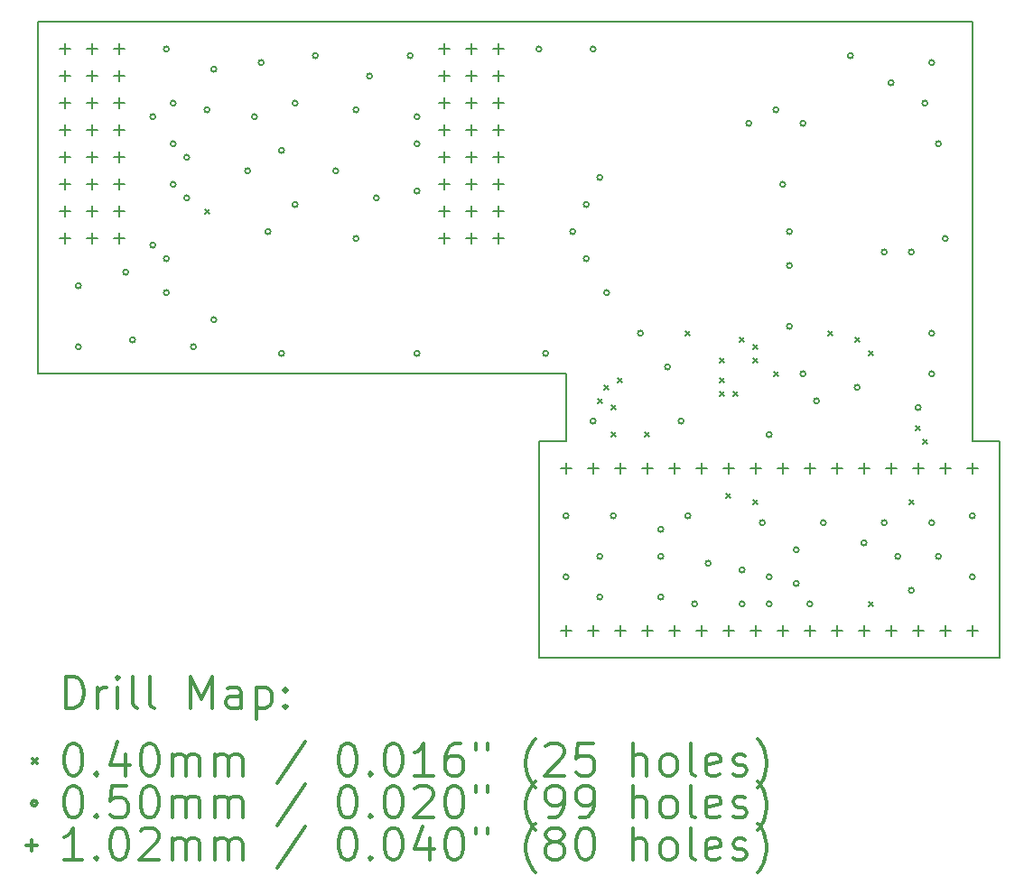
<source format=gbr>
%FSLAX45Y45*%
G04 Gerber Fmt 4.5, Leading zero omitted, Abs format (unit mm)*
G04 Created by KiCad (PCBNEW 4.0.7) date 01/10/20 10:39:07*
%MOMM*%
%LPD*%
G01*
G04 APERTURE LIST*
%ADD10C,0.127000*%
%ADD11C,0.150000*%
%ADD12C,0.200000*%
%ADD13C,0.300000*%
G04 APERTURE END LIST*
D10*
D11*
X-4318000Y2032000D02*
X-4318000Y254000D01*
X-4064000Y2032000D02*
X-4318000Y2032000D01*
X-4064000Y2667000D02*
X-4064000Y2032000D01*
X-4318000Y2667000D02*
X-4064000Y2667000D01*
X-254000Y5969000D02*
X-9017000Y5969000D01*
X-254000Y5842000D02*
X-254000Y5969000D01*
X-254000Y2032000D02*
X-254000Y5842000D01*
X0Y2032000D02*
X-254000Y2032000D01*
X0Y0D02*
X0Y2032000D01*
X-4318000Y0D02*
X-4318000Y254000D01*
X0Y0D02*
X-4318000Y0D01*
X-4699000Y2667000D02*
X-4318000Y2667000D01*
X-9017000Y2667000D02*
X-4699000Y2667000D01*
X-9017000Y5969000D02*
X-9017000Y2667000D01*
D12*
X-7449500Y4211000D02*
X-7409500Y4171000D01*
X-7409500Y4211000D02*
X-7449500Y4171000D01*
X-3766500Y2433000D02*
X-3726500Y2393000D01*
X-3726500Y2433000D02*
X-3766500Y2393000D01*
X-3703000Y2560000D02*
X-3663000Y2520000D01*
X-3663000Y2560000D02*
X-3703000Y2520000D01*
X-3639500Y2369500D02*
X-3599500Y2329500D01*
X-3599500Y2369500D02*
X-3639500Y2329500D01*
X-3639500Y2115500D02*
X-3599500Y2075500D01*
X-3599500Y2115500D02*
X-3639500Y2075500D01*
X-3576000Y2623500D02*
X-3536000Y2583500D01*
X-3536000Y2623500D02*
X-3576000Y2583500D01*
X-3322000Y2115500D02*
X-3282000Y2075500D01*
X-3282000Y2115500D02*
X-3322000Y2075500D01*
X-2941000Y3068000D02*
X-2901000Y3028000D01*
X-2901000Y3068000D02*
X-2941000Y3028000D01*
X-2623500Y2814000D02*
X-2583500Y2774000D01*
X-2583500Y2814000D02*
X-2623500Y2774000D01*
X-2623500Y2623500D02*
X-2583500Y2583500D01*
X-2583500Y2623500D02*
X-2623500Y2583500D01*
X-2623500Y2496500D02*
X-2583500Y2456500D01*
X-2583500Y2496500D02*
X-2623500Y2456500D01*
X-2560000Y1544000D02*
X-2520000Y1504000D01*
X-2520000Y1544000D02*
X-2560000Y1504000D01*
X-2496500Y2496500D02*
X-2456500Y2456500D01*
X-2456500Y2496500D02*
X-2496500Y2456500D01*
X-2433000Y3004500D02*
X-2393000Y2964500D01*
X-2393000Y3004500D02*
X-2433000Y2964500D01*
X-2306000Y2941000D02*
X-2266000Y2901000D01*
X-2266000Y2941000D02*
X-2306000Y2901000D01*
X-2306000Y2814000D02*
X-2266000Y2774000D01*
X-2266000Y2814000D02*
X-2306000Y2774000D01*
X-2306000Y1480500D02*
X-2266000Y1440500D01*
X-2266000Y1480500D02*
X-2306000Y1440500D01*
X-2115500Y2687000D02*
X-2075500Y2647000D01*
X-2075500Y2687000D02*
X-2115500Y2647000D01*
X-1607500Y3068000D02*
X-1567500Y3028000D01*
X-1567500Y3068000D02*
X-1607500Y3028000D01*
X-1353500Y3004500D02*
X-1313500Y2964500D01*
X-1313500Y3004500D02*
X-1353500Y2964500D01*
X-1226500Y2877500D02*
X-1186500Y2837500D01*
X-1186500Y2877500D02*
X-1226500Y2837500D01*
X-1226500Y528000D02*
X-1186500Y488000D01*
X-1186500Y528000D02*
X-1226500Y488000D01*
X-845500Y1480500D02*
X-805500Y1440500D01*
X-805500Y1480500D02*
X-845500Y1440500D01*
X-782000Y2179000D02*
X-742000Y2139000D01*
X-742000Y2179000D02*
X-782000Y2139000D01*
X-718500Y2052000D02*
X-678500Y2012000D01*
X-678500Y2052000D02*
X-718500Y2012000D01*
X-8611000Y3492500D02*
G75*
G03X-8611000Y3492500I-25000J0D01*
G01*
X-8611000Y2921000D02*
G75*
G03X-8611000Y2921000I-25000J0D01*
G01*
X-8166500Y3619500D02*
G75*
G03X-8166500Y3619500I-25000J0D01*
G01*
X-8103000Y2984500D02*
G75*
G03X-8103000Y2984500I-25000J0D01*
G01*
X-7912500Y5080000D02*
G75*
G03X-7912500Y5080000I-25000J0D01*
G01*
X-7912500Y3873500D02*
G75*
G03X-7912500Y3873500I-25000J0D01*
G01*
X-7785500Y5715000D02*
G75*
G03X-7785500Y5715000I-25000J0D01*
G01*
X-7785500Y3746500D02*
G75*
G03X-7785500Y3746500I-25000J0D01*
G01*
X-7785500Y3429000D02*
G75*
G03X-7785500Y3429000I-25000J0D01*
G01*
X-7722000Y5207000D02*
G75*
G03X-7722000Y5207000I-25000J0D01*
G01*
X-7722000Y4826000D02*
G75*
G03X-7722000Y4826000I-25000J0D01*
G01*
X-7722000Y4445000D02*
G75*
G03X-7722000Y4445000I-25000J0D01*
G01*
X-7595000Y4699000D02*
G75*
G03X-7595000Y4699000I-25000J0D01*
G01*
X-7595000Y4318000D02*
G75*
G03X-7595000Y4318000I-25000J0D01*
G01*
X-7531500Y2921000D02*
G75*
G03X-7531500Y2921000I-25000J0D01*
G01*
X-7404500Y5143500D02*
G75*
G03X-7404500Y5143500I-25000J0D01*
G01*
X-7341000Y5524500D02*
G75*
G03X-7341000Y5524500I-25000J0D01*
G01*
X-7341000Y3175000D02*
G75*
G03X-7341000Y3175000I-25000J0D01*
G01*
X-7023500Y4572000D02*
G75*
G03X-7023500Y4572000I-25000J0D01*
G01*
X-6960000Y5080000D02*
G75*
G03X-6960000Y5080000I-25000J0D01*
G01*
X-6896500Y5588000D02*
G75*
G03X-6896500Y5588000I-25000J0D01*
G01*
X-6833000Y4000500D02*
G75*
G03X-6833000Y4000500I-25000J0D01*
G01*
X-6706000Y4762500D02*
G75*
G03X-6706000Y4762500I-25000J0D01*
G01*
X-6706000Y2857500D02*
G75*
G03X-6706000Y2857500I-25000J0D01*
G01*
X-6579000Y5207000D02*
G75*
G03X-6579000Y5207000I-25000J0D01*
G01*
X-6579000Y4254500D02*
G75*
G03X-6579000Y4254500I-25000J0D01*
G01*
X-6388500Y5651500D02*
G75*
G03X-6388500Y5651500I-25000J0D01*
G01*
X-6198000Y4572000D02*
G75*
G03X-6198000Y4572000I-25000J0D01*
G01*
X-6007500Y5143500D02*
G75*
G03X-6007500Y5143500I-25000J0D01*
G01*
X-6007500Y3937000D02*
G75*
G03X-6007500Y3937000I-25000J0D01*
G01*
X-5880500Y5461000D02*
G75*
G03X-5880500Y5461000I-25000J0D01*
G01*
X-5817000Y4318000D02*
G75*
G03X-5817000Y4318000I-25000J0D01*
G01*
X-5499500Y5651500D02*
G75*
G03X-5499500Y5651500I-25000J0D01*
G01*
X-5436000Y5080000D02*
G75*
G03X-5436000Y5080000I-25000J0D01*
G01*
X-5436000Y4826000D02*
G75*
G03X-5436000Y4826000I-25000J0D01*
G01*
X-5436000Y4381500D02*
G75*
G03X-5436000Y4381500I-25000J0D01*
G01*
X-5436000Y2857500D02*
G75*
G03X-5436000Y2857500I-25000J0D01*
G01*
X-4293000Y5715000D02*
G75*
G03X-4293000Y5715000I-25000J0D01*
G01*
X-4229500Y2857500D02*
G75*
G03X-4229500Y2857500I-25000J0D01*
G01*
X-4039000Y1333500D02*
G75*
G03X-4039000Y1333500I-25000J0D01*
G01*
X-4039000Y762000D02*
G75*
G03X-4039000Y762000I-25000J0D01*
G01*
X-3975500Y4000500D02*
G75*
G03X-3975500Y4000500I-25000J0D01*
G01*
X-3848500Y4254500D02*
G75*
G03X-3848500Y4254500I-25000J0D01*
G01*
X-3848500Y3746500D02*
G75*
G03X-3848500Y3746500I-25000J0D01*
G01*
X-3785000Y5715000D02*
G75*
G03X-3785000Y5715000I-25000J0D01*
G01*
X-3785000Y2222500D02*
G75*
G03X-3785000Y2222500I-25000J0D01*
G01*
X-3721500Y4508500D02*
G75*
G03X-3721500Y4508500I-25000J0D01*
G01*
X-3721500Y952500D02*
G75*
G03X-3721500Y952500I-25000J0D01*
G01*
X-3721500Y571500D02*
G75*
G03X-3721500Y571500I-25000J0D01*
G01*
X-3658000Y3429000D02*
G75*
G03X-3658000Y3429000I-25000J0D01*
G01*
X-3594500Y1333500D02*
G75*
G03X-3594500Y1333500I-25000J0D01*
G01*
X-3340500Y3048000D02*
G75*
G03X-3340500Y3048000I-25000J0D01*
G01*
X-3150000Y1206500D02*
G75*
G03X-3150000Y1206500I-25000J0D01*
G01*
X-3150000Y952500D02*
G75*
G03X-3150000Y952500I-25000J0D01*
G01*
X-3150000Y571500D02*
G75*
G03X-3150000Y571500I-25000J0D01*
G01*
X-3086500Y2730500D02*
G75*
G03X-3086500Y2730500I-25000J0D01*
G01*
X-2959500Y2222500D02*
G75*
G03X-2959500Y2222500I-25000J0D01*
G01*
X-2896000Y1333500D02*
G75*
G03X-2896000Y1333500I-25000J0D01*
G01*
X-2832500Y508000D02*
G75*
G03X-2832500Y508000I-25000J0D01*
G01*
X-2705500Y889000D02*
G75*
G03X-2705500Y889000I-25000J0D01*
G01*
X-2388000Y825500D02*
G75*
G03X-2388000Y825500I-25000J0D01*
G01*
X-2388000Y508000D02*
G75*
G03X-2388000Y508000I-25000J0D01*
G01*
X-2324500Y5016500D02*
G75*
G03X-2324500Y5016500I-25000J0D01*
G01*
X-2197500Y1270000D02*
G75*
G03X-2197500Y1270000I-25000J0D01*
G01*
X-2134000Y2095500D02*
G75*
G03X-2134000Y2095500I-25000J0D01*
G01*
X-2134000Y762000D02*
G75*
G03X-2134000Y762000I-25000J0D01*
G01*
X-2134000Y508000D02*
G75*
G03X-2134000Y508000I-25000J0D01*
G01*
X-2070500Y5143500D02*
G75*
G03X-2070500Y5143500I-25000J0D01*
G01*
X-2007000Y4445000D02*
G75*
G03X-2007000Y4445000I-25000J0D01*
G01*
X-1943500Y4000500D02*
G75*
G03X-1943500Y4000500I-25000J0D01*
G01*
X-1943500Y3683000D02*
G75*
G03X-1943500Y3683000I-25000J0D01*
G01*
X-1943500Y3111500D02*
G75*
G03X-1943500Y3111500I-25000J0D01*
G01*
X-1880000Y1016000D02*
G75*
G03X-1880000Y1016000I-25000J0D01*
G01*
X-1880000Y698500D02*
G75*
G03X-1880000Y698500I-25000J0D01*
G01*
X-1816500Y5016500D02*
G75*
G03X-1816500Y5016500I-25000J0D01*
G01*
X-1816500Y2667000D02*
G75*
G03X-1816500Y2667000I-25000J0D01*
G01*
X-1753000Y508000D02*
G75*
G03X-1753000Y508000I-25000J0D01*
G01*
X-1689500Y2413000D02*
G75*
G03X-1689500Y2413000I-25000J0D01*
G01*
X-1626000Y1270000D02*
G75*
G03X-1626000Y1270000I-25000J0D01*
G01*
X-1372000Y5651500D02*
G75*
G03X-1372000Y5651500I-25000J0D01*
G01*
X-1308500Y2540000D02*
G75*
G03X-1308500Y2540000I-25000J0D01*
G01*
X-1245000Y1079500D02*
G75*
G03X-1245000Y1079500I-25000J0D01*
G01*
X-1054500Y3810000D02*
G75*
G03X-1054500Y3810000I-25000J0D01*
G01*
X-1054500Y1270000D02*
G75*
G03X-1054500Y1270000I-25000J0D01*
G01*
X-991000Y5397500D02*
G75*
G03X-991000Y5397500I-25000J0D01*
G01*
X-927500Y952500D02*
G75*
G03X-927500Y952500I-25000J0D01*
G01*
X-800500Y3810000D02*
G75*
G03X-800500Y3810000I-25000J0D01*
G01*
X-800500Y635000D02*
G75*
G03X-800500Y635000I-25000J0D01*
G01*
X-737000Y2349500D02*
G75*
G03X-737000Y2349500I-25000J0D01*
G01*
X-673500Y5207000D02*
G75*
G03X-673500Y5207000I-25000J0D01*
G01*
X-610000Y5588000D02*
G75*
G03X-610000Y5588000I-25000J0D01*
G01*
X-610000Y3048000D02*
G75*
G03X-610000Y3048000I-25000J0D01*
G01*
X-610000Y2667000D02*
G75*
G03X-610000Y2667000I-25000J0D01*
G01*
X-610000Y1270000D02*
G75*
G03X-610000Y1270000I-25000J0D01*
G01*
X-546500Y4826000D02*
G75*
G03X-546500Y4826000I-25000J0D01*
G01*
X-546500Y952500D02*
G75*
G03X-546500Y952500I-25000J0D01*
G01*
X-483000Y3937000D02*
G75*
G03X-483000Y3937000I-25000J0D01*
G01*
X-229000Y1333500D02*
G75*
G03X-229000Y1333500I-25000J0D01*
G01*
X-229000Y762000D02*
G75*
G03X-229000Y762000I-25000J0D01*
G01*
X-8763000Y5766000D02*
X-8763000Y5664000D01*
X-8814000Y5715000D02*
X-8712000Y5715000D01*
X-8763000Y5512000D02*
X-8763000Y5410000D01*
X-8814000Y5461000D02*
X-8712000Y5461000D01*
X-8763000Y5258000D02*
X-8763000Y5156000D01*
X-8814000Y5207000D02*
X-8712000Y5207000D01*
X-8763000Y5004000D02*
X-8763000Y4902000D01*
X-8814000Y4953000D02*
X-8712000Y4953000D01*
X-8763000Y4750000D02*
X-8763000Y4648000D01*
X-8814000Y4699000D02*
X-8712000Y4699000D01*
X-8763000Y4496000D02*
X-8763000Y4394000D01*
X-8814000Y4445000D02*
X-8712000Y4445000D01*
X-8763000Y4242000D02*
X-8763000Y4140000D01*
X-8814000Y4191000D02*
X-8712000Y4191000D01*
X-8763000Y3988000D02*
X-8763000Y3886000D01*
X-8814000Y3937000D02*
X-8712000Y3937000D01*
X-8509000Y5766000D02*
X-8509000Y5664000D01*
X-8560000Y5715000D02*
X-8458000Y5715000D01*
X-8509000Y5512000D02*
X-8509000Y5410000D01*
X-8560000Y5461000D02*
X-8458000Y5461000D01*
X-8509000Y5258000D02*
X-8509000Y5156000D01*
X-8560000Y5207000D02*
X-8458000Y5207000D01*
X-8509000Y5004000D02*
X-8509000Y4902000D01*
X-8560000Y4953000D02*
X-8458000Y4953000D01*
X-8509000Y4750000D02*
X-8509000Y4648000D01*
X-8560000Y4699000D02*
X-8458000Y4699000D01*
X-8509000Y4496000D02*
X-8509000Y4394000D01*
X-8560000Y4445000D02*
X-8458000Y4445000D01*
X-8509000Y4242000D02*
X-8509000Y4140000D01*
X-8560000Y4191000D02*
X-8458000Y4191000D01*
X-8509000Y3988000D02*
X-8509000Y3886000D01*
X-8560000Y3937000D02*
X-8458000Y3937000D01*
X-8255000Y5766000D02*
X-8255000Y5664000D01*
X-8306000Y5715000D02*
X-8204000Y5715000D01*
X-8255000Y5512000D02*
X-8255000Y5410000D01*
X-8306000Y5461000D02*
X-8204000Y5461000D01*
X-8255000Y5258000D02*
X-8255000Y5156000D01*
X-8306000Y5207000D02*
X-8204000Y5207000D01*
X-8255000Y5004000D02*
X-8255000Y4902000D01*
X-8306000Y4953000D02*
X-8204000Y4953000D01*
X-8255000Y4750000D02*
X-8255000Y4648000D01*
X-8306000Y4699000D02*
X-8204000Y4699000D01*
X-8255000Y4496000D02*
X-8255000Y4394000D01*
X-8306000Y4445000D02*
X-8204000Y4445000D01*
X-8255000Y4242000D02*
X-8255000Y4140000D01*
X-8306000Y4191000D02*
X-8204000Y4191000D01*
X-8255000Y3988000D02*
X-8255000Y3886000D01*
X-8306000Y3937000D02*
X-8204000Y3937000D01*
X-5207000Y5766000D02*
X-5207000Y5664000D01*
X-5258000Y5715000D02*
X-5156000Y5715000D01*
X-5207000Y5512000D02*
X-5207000Y5410000D01*
X-5258000Y5461000D02*
X-5156000Y5461000D01*
X-5207000Y5258000D02*
X-5207000Y5156000D01*
X-5258000Y5207000D02*
X-5156000Y5207000D01*
X-5207000Y5004000D02*
X-5207000Y4902000D01*
X-5258000Y4953000D02*
X-5156000Y4953000D01*
X-5207000Y4750000D02*
X-5207000Y4648000D01*
X-5258000Y4699000D02*
X-5156000Y4699000D01*
X-5207000Y4496000D02*
X-5207000Y4394000D01*
X-5258000Y4445000D02*
X-5156000Y4445000D01*
X-5207000Y4242000D02*
X-5207000Y4140000D01*
X-5258000Y4191000D02*
X-5156000Y4191000D01*
X-5207000Y3988000D02*
X-5207000Y3886000D01*
X-5258000Y3937000D02*
X-5156000Y3937000D01*
X-4953000Y5766000D02*
X-4953000Y5664000D01*
X-5004000Y5715000D02*
X-4902000Y5715000D01*
X-4953000Y5512000D02*
X-4953000Y5410000D01*
X-5004000Y5461000D02*
X-4902000Y5461000D01*
X-4953000Y5258000D02*
X-4953000Y5156000D01*
X-5004000Y5207000D02*
X-4902000Y5207000D01*
X-4953000Y5004000D02*
X-4953000Y4902000D01*
X-5004000Y4953000D02*
X-4902000Y4953000D01*
X-4953000Y4750000D02*
X-4953000Y4648000D01*
X-5004000Y4699000D02*
X-4902000Y4699000D01*
X-4953000Y4496000D02*
X-4953000Y4394000D01*
X-5004000Y4445000D02*
X-4902000Y4445000D01*
X-4953000Y4242000D02*
X-4953000Y4140000D01*
X-5004000Y4191000D02*
X-4902000Y4191000D01*
X-4953000Y3988000D02*
X-4953000Y3886000D01*
X-5004000Y3937000D02*
X-4902000Y3937000D01*
X-4699000Y5766000D02*
X-4699000Y5664000D01*
X-4750000Y5715000D02*
X-4648000Y5715000D01*
X-4699000Y5512000D02*
X-4699000Y5410000D01*
X-4750000Y5461000D02*
X-4648000Y5461000D01*
X-4699000Y5258000D02*
X-4699000Y5156000D01*
X-4750000Y5207000D02*
X-4648000Y5207000D01*
X-4699000Y5004000D02*
X-4699000Y4902000D01*
X-4750000Y4953000D02*
X-4648000Y4953000D01*
X-4699000Y4750000D02*
X-4699000Y4648000D01*
X-4750000Y4699000D02*
X-4648000Y4699000D01*
X-4699000Y4496000D02*
X-4699000Y4394000D01*
X-4750000Y4445000D02*
X-4648000Y4445000D01*
X-4699000Y4242000D02*
X-4699000Y4140000D01*
X-4750000Y4191000D02*
X-4648000Y4191000D01*
X-4699000Y3988000D02*
X-4699000Y3886000D01*
X-4750000Y3937000D02*
X-4648000Y3937000D01*
X-4064000Y1829000D02*
X-4064000Y1727000D01*
X-4115000Y1778000D02*
X-4013000Y1778000D01*
X-4064000Y305000D02*
X-4064000Y203000D01*
X-4115000Y254000D02*
X-4013000Y254000D01*
X-3810000Y1829000D02*
X-3810000Y1727000D01*
X-3861000Y1778000D02*
X-3759000Y1778000D01*
X-3810000Y305000D02*
X-3810000Y203000D01*
X-3861000Y254000D02*
X-3759000Y254000D01*
X-3556000Y1829000D02*
X-3556000Y1727000D01*
X-3607000Y1778000D02*
X-3505000Y1778000D01*
X-3556000Y305000D02*
X-3556000Y203000D01*
X-3607000Y254000D02*
X-3505000Y254000D01*
X-3302000Y1829000D02*
X-3302000Y1727000D01*
X-3353000Y1778000D02*
X-3251000Y1778000D01*
X-3302000Y305000D02*
X-3302000Y203000D01*
X-3353000Y254000D02*
X-3251000Y254000D01*
X-3048000Y1829000D02*
X-3048000Y1727000D01*
X-3099000Y1778000D02*
X-2997000Y1778000D01*
X-3048000Y305000D02*
X-3048000Y203000D01*
X-3099000Y254000D02*
X-2997000Y254000D01*
X-2794000Y1829000D02*
X-2794000Y1727000D01*
X-2845000Y1778000D02*
X-2743000Y1778000D01*
X-2794000Y305000D02*
X-2794000Y203000D01*
X-2845000Y254000D02*
X-2743000Y254000D01*
X-2540000Y1829000D02*
X-2540000Y1727000D01*
X-2591000Y1778000D02*
X-2489000Y1778000D01*
X-2540000Y305000D02*
X-2540000Y203000D01*
X-2591000Y254000D02*
X-2489000Y254000D01*
X-2286000Y1829000D02*
X-2286000Y1727000D01*
X-2337000Y1778000D02*
X-2235000Y1778000D01*
X-2286000Y305000D02*
X-2286000Y203000D01*
X-2337000Y254000D02*
X-2235000Y254000D01*
X-2032000Y1829000D02*
X-2032000Y1727000D01*
X-2083000Y1778000D02*
X-1981000Y1778000D01*
X-2032000Y305000D02*
X-2032000Y203000D01*
X-2083000Y254000D02*
X-1981000Y254000D01*
X-1778000Y1829000D02*
X-1778000Y1727000D01*
X-1829000Y1778000D02*
X-1727000Y1778000D01*
X-1778000Y305000D02*
X-1778000Y203000D01*
X-1829000Y254000D02*
X-1727000Y254000D01*
X-1524000Y1829000D02*
X-1524000Y1727000D01*
X-1575000Y1778000D02*
X-1473000Y1778000D01*
X-1524000Y305000D02*
X-1524000Y203000D01*
X-1575000Y254000D02*
X-1473000Y254000D01*
X-1270000Y1829000D02*
X-1270000Y1727000D01*
X-1321000Y1778000D02*
X-1219000Y1778000D01*
X-1270000Y305000D02*
X-1270000Y203000D01*
X-1321000Y254000D02*
X-1219000Y254000D01*
X-1016000Y1829000D02*
X-1016000Y1727000D01*
X-1067000Y1778000D02*
X-965000Y1778000D01*
X-1016000Y305000D02*
X-1016000Y203000D01*
X-1067000Y254000D02*
X-965000Y254000D01*
X-762000Y1829000D02*
X-762000Y1727000D01*
X-813000Y1778000D02*
X-711000Y1778000D01*
X-762000Y305000D02*
X-762000Y203000D01*
X-813000Y254000D02*
X-711000Y254000D01*
X-508000Y1829000D02*
X-508000Y1727000D01*
X-559000Y1778000D02*
X-457000Y1778000D01*
X-508000Y305000D02*
X-508000Y203000D01*
X-559000Y254000D02*
X-457000Y254000D01*
X-254000Y1829000D02*
X-254000Y1727000D01*
X-305000Y1778000D02*
X-203000Y1778000D01*
X-254000Y305000D02*
X-254000Y203000D01*
X-305000Y254000D02*
X-203000Y254000D01*
D13*
X-8753072Y-473214D02*
X-8753072Y-173214D01*
X-8681643Y-173214D01*
X-8638786Y-187500D01*
X-8610214Y-216071D01*
X-8595929Y-244643D01*
X-8581643Y-301786D01*
X-8581643Y-344643D01*
X-8595929Y-401786D01*
X-8610214Y-430357D01*
X-8638786Y-458929D01*
X-8681643Y-473214D01*
X-8753072Y-473214D01*
X-8453072Y-473214D02*
X-8453072Y-273214D01*
X-8453072Y-330357D02*
X-8438786Y-301786D01*
X-8424500Y-287500D01*
X-8395929Y-273214D01*
X-8367357Y-273214D01*
X-8267357Y-473214D02*
X-8267357Y-273214D01*
X-8267357Y-173214D02*
X-8281643Y-187500D01*
X-8267357Y-201786D01*
X-8253071Y-187500D01*
X-8267357Y-173214D01*
X-8267357Y-201786D01*
X-8081643Y-473214D02*
X-8110214Y-458929D01*
X-8124500Y-430357D01*
X-8124500Y-173214D01*
X-7924500Y-473214D02*
X-7953071Y-458929D01*
X-7967357Y-430357D01*
X-7967357Y-173214D01*
X-7581643Y-473214D02*
X-7581643Y-173214D01*
X-7481643Y-387500D01*
X-7381643Y-173214D01*
X-7381643Y-473214D01*
X-7110214Y-473214D02*
X-7110214Y-316072D01*
X-7124500Y-287500D01*
X-7153071Y-273214D01*
X-7210214Y-273214D01*
X-7238786Y-287500D01*
X-7110214Y-458929D02*
X-7138786Y-473214D01*
X-7210214Y-473214D01*
X-7238786Y-458929D01*
X-7253071Y-430357D01*
X-7253071Y-401786D01*
X-7238786Y-373214D01*
X-7210214Y-358929D01*
X-7138786Y-358929D01*
X-7110214Y-344643D01*
X-6967357Y-273214D02*
X-6967357Y-573214D01*
X-6967357Y-287500D02*
X-6938786Y-273214D01*
X-6881643Y-273214D01*
X-6853071Y-287500D01*
X-6838786Y-301786D01*
X-6824500Y-330357D01*
X-6824500Y-416071D01*
X-6838786Y-444643D01*
X-6853071Y-458929D01*
X-6881643Y-473214D01*
X-6938786Y-473214D01*
X-6967357Y-458929D01*
X-6695929Y-444643D02*
X-6681643Y-458929D01*
X-6695929Y-473214D01*
X-6710214Y-458929D01*
X-6695929Y-444643D01*
X-6695929Y-473214D01*
X-6695929Y-287500D02*
X-6681643Y-301786D01*
X-6695929Y-316072D01*
X-6710214Y-301786D01*
X-6695929Y-287500D01*
X-6695929Y-316072D01*
X-9064500Y-947500D02*
X-9024500Y-987500D01*
X-9024500Y-947500D02*
X-9064500Y-987500D01*
X-8695929Y-803214D02*
X-8667357Y-803214D01*
X-8638786Y-817500D01*
X-8624500Y-831786D01*
X-8610214Y-860357D01*
X-8595929Y-917500D01*
X-8595929Y-988929D01*
X-8610214Y-1046071D01*
X-8624500Y-1074643D01*
X-8638786Y-1088929D01*
X-8667357Y-1103214D01*
X-8695929Y-1103214D01*
X-8724500Y-1088929D01*
X-8738786Y-1074643D01*
X-8753072Y-1046071D01*
X-8767357Y-988929D01*
X-8767357Y-917500D01*
X-8753072Y-860357D01*
X-8738786Y-831786D01*
X-8724500Y-817500D01*
X-8695929Y-803214D01*
X-8467357Y-1074643D02*
X-8453072Y-1088929D01*
X-8467357Y-1103214D01*
X-8481643Y-1088929D01*
X-8467357Y-1074643D01*
X-8467357Y-1103214D01*
X-8195929Y-903214D02*
X-8195929Y-1103214D01*
X-8267357Y-788929D02*
X-8338786Y-1003214D01*
X-8153072Y-1003214D01*
X-7981643Y-803214D02*
X-7953071Y-803214D01*
X-7924500Y-817500D01*
X-7910214Y-831786D01*
X-7895929Y-860357D01*
X-7881643Y-917500D01*
X-7881643Y-988929D01*
X-7895929Y-1046071D01*
X-7910214Y-1074643D01*
X-7924500Y-1088929D01*
X-7953071Y-1103214D01*
X-7981643Y-1103214D01*
X-8010214Y-1088929D01*
X-8024500Y-1074643D01*
X-8038786Y-1046071D01*
X-8053071Y-988929D01*
X-8053071Y-917500D01*
X-8038786Y-860357D01*
X-8024500Y-831786D01*
X-8010214Y-817500D01*
X-7981643Y-803214D01*
X-7753071Y-1103214D02*
X-7753071Y-903214D01*
X-7753071Y-931786D02*
X-7738786Y-917500D01*
X-7710214Y-903214D01*
X-7667357Y-903214D01*
X-7638786Y-917500D01*
X-7624500Y-946071D01*
X-7624500Y-1103214D01*
X-7624500Y-946071D02*
X-7610214Y-917500D01*
X-7581643Y-903214D01*
X-7538786Y-903214D01*
X-7510214Y-917500D01*
X-7495929Y-946071D01*
X-7495929Y-1103214D01*
X-7353071Y-1103214D02*
X-7353071Y-903214D01*
X-7353071Y-931786D02*
X-7338786Y-917500D01*
X-7310214Y-903214D01*
X-7267357Y-903214D01*
X-7238786Y-917500D01*
X-7224500Y-946071D01*
X-7224500Y-1103214D01*
X-7224500Y-946071D02*
X-7210214Y-917500D01*
X-7181643Y-903214D01*
X-7138786Y-903214D01*
X-7110214Y-917500D01*
X-7095929Y-946071D01*
X-7095929Y-1103214D01*
X-6510214Y-788929D02*
X-6767357Y-1174643D01*
X-6124500Y-803214D02*
X-6095929Y-803214D01*
X-6067357Y-817500D01*
X-6053072Y-831786D01*
X-6038786Y-860357D01*
X-6024500Y-917500D01*
X-6024500Y-988929D01*
X-6038786Y-1046071D01*
X-6053072Y-1074643D01*
X-6067357Y-1088929D01*
X-6095929Y-1103214D01*
X-6124500Y-1103214D01*
X-6153072Y-1088929D01*
X-6167357Y-1074643D01*
X-6181643Y-1046071D01*
X-6195929Y-988929D01*
X-6195929Y-917500D01*
X-6181643Y-860357D01*
X-6167357Y-831786D01*
X-6153072Y-817500D01*
X-6124500Y-803214D01*
X-5895929Y-1074643D02*
X-5881643Y-1088929D01*
X-5895929Y-1103214D01*
X-5910214Y-1088929D01*
X-5895929Y-1074643D01*
X-5895929Y-1103214D01*
X-5695929Y-803214D02*
X-5667357Y-803214D01*
X-5638786Y-817500D01*
X-5624500Y-831786D01*
X-5610214Y-860357D01*
X-5595929Y-917500D01*
X-5595929Y-988929D01*
X-5610214Y-1046071D01*
X-5624500Y-1074643D01*
X-5638786Y-1088929D01*
X-5667357Y-1103214D01*
X-5695929Y-1103214D01*
X-5724500Y-1088929D01*
X-5738786Y-1074643D01*
X-5753072Y-1046071D01*
X-5767357Y-988929D01*
X-5767357Y-917500D01*
X-5753072Y-860357D01*
X-5738786Y-831786D01*
X-5724500Y-817500D01*
X-5695929Y-803214D01*
X-5310215Y-1103214D02*
X-5481643Y-1103214D01*
X-5395929Y-1103214D02*
X-5395929Y-803214D01*
X-5424500Y-846071D01*
X-5453072Y-874643D01*
X-5481643Y-888929D01*
X-5053072Y-803214D02*
X-5110215Y-803214D01*
X-5138786Y-817500D01*
X-5153072Y-831786D01*
X-5181643Y-874643D01*
X-5195929Y-931786D01*
X-5195929Y-1046071D01*
X-5181643Y-1074643D01*
X-5167357Y-1088929D01*
X-5138786Y-1103214D01*
X-5081643Y-1103214D01*
X-5053072Y-1088929D01*
X-5038786Y-1074643D01*
X-5024500Y-1046071D01*
X-5024500Y-974643D01*
X-5038786Y-946071D01*
X-5053072Y-931786D01*
X-5081643Y-917500D01*
X-5138786Y-917500D01*
X-5167357Y-931786D01*
X-5181643Y-946071D01*
X-5195929Y-974643D01*
X-4910214Y-803214D02*
X-4910214Y-860357D01*
X-4795929Y-803214D02*
X-4795929Y-860357D01*
X-4353072Y-1217500D02*
X-4367357Y-1203214D01*
X-4395929Y-1160357D01*
X-4410215Y-1131786D01*
X-4424500Y-1088929D01*
X-4438786Y-1017500D01*
X-4438786Y-960357D01*
X-4424500Y-888929D01*
X-4410215Y-846071D01*
X-4395929Y-817500D01*
X-4367357Y-774643D01*
X-4353072Y-760357D01*
X-4253072Y-831786D02*
X-4238786Y-817500D01*
X-4210215Y-803214D01*
X-4138786Y-803214D01*
X-4110214Y-817500D01*
X-4095929Y-831786D01*
X-4081643Y-860357D01*
X-4081643Y-888929D01*
X-4095929Y-931786D01*
X-4267357Y-1103214D01*
X-4081643Y-1103214D01*
X-3810214Y-803214D02*
X-3953072Y-803214D01*
X-3967357Y-946071D01*
X-3953072Y-931786D01*
X-3924500Y-917500D01*
X-3853072Y-917500D01*
X-3824500Y-931786D01*
X-3810214Y-946071D01*
X-3795929Y-974643D01*
X-3795929Y-1046071D01*
X-3810214Y-1074643D01*
X-3824500Y-1088929D01*
X-3853072Y-1103214D01*
X-3924500Y-1103214D01*
X-3953072Y-1088929D01*
X-3967357Y-1074643D01*
X-3438786Y-1103214D02*
X-3438786Y-803214D01*
X-3310214Y-1103214D02*
X-3310214Y-946071D01*
X-3324500Y-917500D01*
X-3353072Y-903214D01*
X-3395929Y-903214D01*
X-3424500Y-917500D01*
X-3438786Y-931786D01*
X-3124500Y-1103214D02*
X-3153072Y-1088929D01*
X-3167357Y-1074643D01*
X-3181643Y-1046071D01*
X-3181643Y-960357D01*
X-3167357Y-931786D01*
X-3153072Y-917500D01*
X-3124500Y-903214D01*
X-3081643Y-903214D01*
X-3053072Y-917500D01*
X-3038786Y-931786D01*
X-3024500Y-960357D01*
X-3024500Y-1046071D01*
X-3038786Y-1074643D01*
X-3053072Y-1088929D01*
X-3081643Y-1103214D01*
X-3124500Y-1103214D01*
X-2853072Y-1103214D02*
X-2881643Y-1088929D01*
X-2895929Y-1060357D01*
X-2895929Y-803214D01*
X-2624500Y-1088929D02*
X-2653072Y-1103214D01*
X-2710214Y-1103214D01*
X-2738786Y-1088929D01*
X-2753072Y-1060357D01*
X-2753072Y-946071D01*
X-2738786Y-917500D01*
X-2710214Y-903214D01*
X-2653072Y-903214D01*
X-2624500Y-917500D01*
X-2610214Y-946071D01*
X-2610214Y-974643D01*
X-2753072Y-1003214D01*
X-2495929Y-1088929D02*
X-2467357Y-1103214D01*
X-2410214Y-1103214D01*
X-2381643Y-1088929D01*
X-2367357Y-1060357D01*
X-2367357Y-1046071D01*
X-2381643Y-1017500D01*
X-2410214Y-1003214D01*
X-2453072Y-1003214D01*
X-2481643Y-988929D01*
X-2495929Y-960357D01*
X-2495929Y-946071D01*
X-2481643Y-917500D01*
X-2453072Y-903214D01*
X-2410214Y-903214D01*
X-2381643Y-917500D01*
X-2267357Y-1217500D02*
X-2253072Y-1203214D01*
X-2224500Y-1160357D01*
X-2210214Y-1131786D01*
X-2195929Y-1088929D01*
X-2181643Y-1017500D01*
X-2181643Y-960357D01*
X-2195929Y-888929D01*
X-2210214Y-846071D01*
X-2224500Y-817500D01*
X-2253072Y-774643D01*
X-2267357Y-760357D01*
X-9024500Y-1363500D02*
G75*
G03X-9024500Y-1363500I-25000J0D01*
G01*
X-8695929Y-1199214D02*
X-8667357Y-1199214D01*
X-8638786Y-1213500D01*
X-8624500Y-1227786D01*
X-8610214Y-1256357D01*
X-8595929Y-1313500D01*
X-8595929Y-1384929D01*
X-8610214Y-1442071D01*
X-8624500Y-1470643D01*
X-8638786Y-1484929D01*
X-8667357Y-1499214D01*
X-8695929Y-1499214D01*
X-8724500Y-1484929D01*
X-8738786Y-1470643D01*
X-8753072Y-1442071D01*
X-8767357Y-1384929D01*
X-8767357Y-1313500D01*
X-8753072Y-1256357D01*
X-8738786Y-1227786D01*
X-8724500Y-1213500D01*
X-8695929Y-1199214D01*
X-8467357Y-1470643D02*
X-8453072Y-1484929D01*
X-8467357Y-1499214D01*
X-8481643Y-1484929D01*
X-8467357Y-1470643D01*
X-8467357Y-1499214D01*
X-8181643Y-1199214D02*
X-8324500Y-1199214D01*
X-8338786Y-1342072D01*
X-8324500Y-1327786D01*
X-8295929Y-1313500D01*
X-8224500Y-1313500D01*
X-8195929Y-1327786D01*
X-8181643Y-1342072D01*
X-8167357Y-1370643D01*
X-8167357Y-1442071D01*
X-8181643Y-1470643D01*
X-8195929Y-1484929D01*
X-8224500Y-1499214D01*
X-8295929Y-1499214D01*
X-8324500Y-1484929D01*
X-8338786Y-1470643D01*
X-7981643Y-1199214D02*
X-7953071Y-1199214D01*
X-7924500Y-1213500D01*
X-7910214Y-1227786D01*
X-7895929Y-1256357D01*
X-7881643Y-1313500D01*
X-7881643Y-1384929D01*
X-7895929Y-1442071D01*
X-7910214Y-1470643D01*
X-7924500Y-1484929D01*
X-7953071Y-1499214D01*
X-7981643Y-1499214D01*
X-8010214Y-1484929D01*
X-8024500Y-1470643D01*
X-8038786Y-1442071D01*
X-8053071Y-1384929D01*
X-8053071Y-1313500D01*
X-8038786Y-1256357D01*
X-8024500Y-1227786D01*
X-8010214Y-1213500D01*
X-7981643Y-1199214D01*
X-7753071Y-1499214D02*
X-7753071Y-1299214D01*
X-7753071Y-1327786D02*
X-7738786Y-1313500D01*
X-7710214Y-1299214D01*
X-7667357Y-1299214D01*
X-7638786Y-1313500D01*
X-7624500Y-1342072D01*
X-7624500Y-1499214D01*
X-7624500Y-1342072D02*
X-7610214Y-1313500D01*
X-7581643Y-1299214D01*
X-7538786Y-1299214D01*
X-7510214Y-1313500D01*
X-7495929Y-1342072D01*
X-7495929Y-1499214D01*
X-7353071Y-1499214D02*
X-7353071Y-1299214D01*
X-7353071Y-1327786D02*
X-7338786Y-1313500D01*
X-7310214Y-1299214D01*
X-7267357Y-1299214D01*
X-7238786Y-1313500D01*
X-7224500Y-1342072D01*
X-7224500Y-1499214D01*
X-7224500Y-1342072D02*
X-7210214Y-1313500D01*
X-7181643Y-1299214D01*
X-7138786Y-1299214D01*
X-7110214Y-1313500D01*
X-7095929Y-1342072D01*
X-7095929Y-1499214D01*
X-6510214Y-1184929D02*
X-6767357Y-1570643D01*
X-6124500Y-1199214D02*
X-6095929Y-1199214D01*
X-6067357Y-1213500D01*
X-6053072Y-1227786D01*
X-6038786Y-1256357D01*
X-6024500Y-1313500D01*
X-6024500Y-1384929D01*
X-6038786Y-1442071D01*
X-6053072Y-1470643D01*
X-6067357Y-1484929D01*
X-6095929Y-1499214D01*
X-6124500Y-1499214D01*
X-6153072Y-1484929D01*
X-6167357Y-1470643D01*
X-6181643Y-1442071D01*
X-6195929Y-1384929D01*
X-6195929Y-1313500D01*
X-6181643Y-1256357D01*
X-6167357Y-1227786D01*
X-6153072Y-1213500D01*
X-6124500Y-1199214D01*
X-5895929Y-1470643D02*
X-5881643Y-1484929D01*
X-5895929Y-1499214D01*
X-5910214Y-1484929D01*
X-5895929Y-1470643D01*
X-5895929Y-1499214D01*
X-5695929Y-1199214D02*
X-5667357Y-1199214D01*
X-5638786Y-1213500D01*
X-5624500Y-1227786D01*
X-5610214Y-1256357D01*
X-5595929Y-1313500D01*
X-5595929Y-1384929D01*
X-5610214Y-1442071D01*
X-5624500Y-1470643D01*
X-5638786Y-1484929D01*
X-5667357Y-1499214D01*
X-5695929Y-1499214D01*
X-5724500Y-1484929D01*
X-5738786Y-1470643D01*
X-5753072Y-1442071D01*
X-5767357Y-1384929D01*
X-5767357Y-1313500D01*
X-5753072Y-1256357D01*
X-5738786Y-1227786D01*
X-5724500Y-1213500D01*
X-5695929Y-1199214D01*
X-5481643Y-1227786D02*
X-5467357Y-1213500D01*
X-5438786Y-1199214D01*
X-5367357Y-1199214D01*
X-5338786Y-1213500D01*
X-5324500Y-1227786D01*
X-5310215Y-1256357D01*
X-5310215Y-1284929D01*
X-5324500Y-1327786D01*
X-5495929Y-1499214D01*
X-5310215Y-1499214D01*
X-5124500Y-1199214D02*
X-5095929Y-1199214D01*
X-5067357Y-1213500D01*
X-5053072Y-1227786D01*
X-5038786Y-1256357D01*
X-5024500Y-1313500D01*
X-5024500Y-1384929D01*
X-5038786Y-1442071D01*
X-5053072Y-1470643D01*
X-5067357Y-1484929D01*
X-5095929Y-1499214D01*
X-5124500Y-1499214D01*
X-5153072Y-1484929D01*
X-5167357Y-1470643D01*
X-5181643Y-1442071D01*
X-5195929Y-1384929D01*
X-5195929Y-1313500D01*
X-5181643Y-1256357D01*
X-5167357Y-1227786D01*
X-5153072Y-1213500D01*
X-5124500Y-1199214D01*
X-4910214Y-1199214D02*
X-4910214Y-1256357D01*
X-4795929Y-1199214D02*
X-4795929Y-1256357D01*
X-4353072Y-1613500D02*
X-4367357Y-1599214D01*
X-4395929Y-1556357D01*
X-4410215Y-1527786D01*
X-4424500Y-1484929D01*
X-4438786Y-1413500D01*
X-4438786Y-1356357D01*
X-4424500Y-1284929D01*
X-4410215Y-1242072D01*
X-4395929Y-1213500D01*
X-4367357Y-1170643D01*
X-4353072Y-1156357D01*
X-4224500Y-1499214D02*
X-4167357Y-1499214D01*
X-4138786Y-1484929D01*
X-4124500Y-1470643D01*
X-4095929Y-1427786D01*
X-4081643Y-1370643D01*
X-4081643Y-1256357D01*
X-4095929Y-1227786D01*
X-4110214Y-1213500D01*
X-4138786Y-1199214D01*
X-4195929Y-1199214D01*
X-4224500Y-1213500D01*
X-4238786Y-1227786D01*
X-4253072Y-1256357D01*
X-4253072Y-1327786D01*
X-4238786Y-1356357D01*
X-4224500Y-1370643D01*
X-4195929Y-1384929D01*
X-4138786Y-1384929D01*
X-4110214Y-1370643D01*
X-4095929Y-1356357D01*
X-4081643Y-1327786D01*
X-3938786Y-1499214D02*
X-3881643Y-1499214D01*
X-3853072Y-1484929D01*
X-3838786Y-1470643D01*
X-3810214Y-1427786D01*
X-3795929Y-1370643D01*
X-3795929Y-1256357D01*
X-3810214Y-1227786D01*
X-3824500Y-1213500D01*
X-3853072Y-1199214D01*
X-3910214Y-1199214D01*
X-3938786Y-1213500D01*
X-3953072Y-1227786D01*
X-3967357Y-1256357D01*
X-3967357Y-1327786D01*
X-3953072Y-1356357D01*
X-3938786Y-1370643D01*
X-3910214Y-1384929D01*
X-3853072Y-1384929D01*
X-3824500Y-1370643D01*
X-3810214Y-1356357D01*
X-3795929Y-1327786D01*
X-3438786Y-1499214D02*
X-3438786Y-1199214D01*
X-3310214Y-1499214D02*
X-3310214Y-1342072D01*
X-3324500Y-1313500D01*
X-3353072Y-1299214D01*
X-3395929Y-1299214D01*
X-3424500Y-1313500D01*
X-3438786Y-1327786D01*
X-3124500Y-1499214D02*
X-3153072Y-1484929D01*
X-3167357Y-1470643D01*
X-3181643Y-1442071D01*
X-3181643Y-1356357D01*
X-3167357Y-1327786D01*
X-3153072Y-1313500D01*
X-3124500Y-1299214D01*
X-3081643Y-1299214D01*
X-3053072Y-1313500D01*
X-3038786Y-1327786D01*
X-3024500Y-1356357D01*
X-3024500Y-1442071D01*
X-3038786Y-1470643D01*
X-3053072Y-1484929D01*
X-3081643Y-1499214D01*
X-3124500Y-1499214D01*
X-2853072Y-1499214D02*
X-2881643Y-1484929D01*
X-2895929Y-1456357D01*
X-2895929Y-1199214D01*
X-2624500Y-1484929D02*
X-2653072Y-1499214D01*
X-2710214Y-1499214D01*
X-2738786Y-1484929D01*
X-2753072Y-1456357D01*
X-2753072Y-1342072D01*
X-2738786Y-1313500D01*
X-2710214Y-1299214D01*
X-2653072Y-1299214D01*
X-2624500Y-1313500D01*
X-2610214Y-1342072D01*
X-2610214Y-1370643D01*
X-2753072Y-1399214D01*
X-2495929Y-1484929D02*
X-2467357Y-1499214D01*
X-2410214Y-1499214D01*
X-2381643Y-1484929D01*
X-2367357Y-1456357D01*
X-2367357Y-1442071D01*
X-2381643Y-1413500D01*
X-2410214Y-1399214D01*
X-2453072Y-1399214D01*
X-2481643Y-1384929D01*
X-2495929Y-1356357D01*
X-2495929Y-1342072D01*
X-2481643Y-1313500D01*
X-2453072Y-1299214D01*
X-2410214Y-1299214D01*
X-2381643Y-1313500D01*
X-2267357Y-1613500D02*
X-2253072Y-1599214D01*
X-2224500Y-1556357D01*
X-2210214Y-1527786D01*
X-2195929Y-1484929D01*
X-2181643Y-1413500D01*
X-2181643Y-1356357D01*
X-2195929Y-1284929D01*
X-2210214Y-1242072D01*
X-2224500Y-1213500D01*
X-2253072Y-1170643D01*
X-2267357Y-1156357D01*
X-9075500Y-1708500D02*
X-9075500Y-1810500D01*
X-9126500Y-1759500D02*
X-9024500Y-1759500D01*
X-8595929Y-1895214D02*
X-8767357Y-1895214D01*
X-8681643Y-1895214D02*
X-8681643Y-1595214D01*
X-8710214Y-1638071D01*
X-8738786Y-1666643D01*
X-8767357Y-1680929D01*
X-8467357Y-1866643D02*
X-8453072Y-1880929D01*
X-8467357Y-1895214D01*
X-8481643Y-1880929D01*
X-8467357Y-1866643D01*
X-8467357Y-1895214D01*
X-8267357Y-1595214D02*
X-8238786Y-1595214D01*
X-8210214Y-1609500D01*
X-8195929Y-1623786D01*
X-8181643Y-1652357D01*
X-8167357Y-1709500D01*
X-8167357Y-1780929D01*
X-8181643Y-1838071D01*
X-8195929Y-1866643D01*
X-8210214Y-1880929D01*
X-8238786Y-1895214D01*
X-8267357Y-1895214D01*
X-8295929Y-1880929D01*
X-8310214Y-1866643D01*
X-8324500Y-1838071D01*
X-8338786Y-1780929D01*
X-8338786Y-1709500D01*
X-8324500Y-1652357D01*
X-8310214Y-1623786D01*
X-8295929Y-1609500D01*
X-8267357Y-1595214D01*
X-8053071Y-1623786D02*
X-8038786Y-1609500D01*
X-8010214Y-1595214D01*
X-7938786Y-1595214D01*
X-7910214Y-1609500D01*
X-7895929Y-1623786D01*
X-7881643Y-1652357D01*
X-7881643Y-1680929D01*
X-7895929Y-1723786D01*
X-8067357Y-1895214D01*
X-7881643Y-1895214D01*
X-7753071Y-1895214D02*
X-7753071Y-1695214D01*
X-7753071Y-1723786D02*
X-7738786Y-1709500D01*
X-7710214Y-1695214D01*
X-7667357Y-1695214D01*
X-7638786Y-1709500D01*
X-7624500Y-1738071D01*
X-7624500Y-1895214D01*
X-7624500Y-1738071D02*
X-7610214Y-1709500D01*
X-7581643Y-1695214D01*
X-7538786Y-1695214D01*
X-7510214Y-1709500D01*
X-7495929Y-1738071D01*
X-7495929Y-1895214D01*
X-7353071Y-1895214D02*
X-7353071Y-1695214D01*
X-7353071Y-1723786D02*
X-7338786Y-1709500D01*
X-7310214Y-1695214D01*
X-7267357Y-1695214D01*
X-7238786Y-1709500D01*
X-7224500Y-1738071D01*
X-7224500Y-1895214D01*
X-7224500Y-1738071D02*
X-7210214Y-1709500D01*
X-7181643Y-1695214D01*
X-7138786Y-1695214D01*
X-7110214Y-1709500D01*
X-7095929Y-1738071D01*
X-7095929Y-1895214D01*
X-6510214Y-1580929D02*
X-6767357Y-1966643D01*
X-6124500Y-1595214D02*
X-6095929Y-1595214D01*
X-6067357Y-1609500D01*
X-6053072Y-1623786D01*
X-6038786Y-1652357D01*
X-6024500Y-1709500D01*
X-6024500Y-1780929D01*
X-6038786Y-1838071D01*
X-6053072Y-1866643D01*
X-6067357Y-1880929D01*
X-6095929Y-1895214D01*
X-6124500Y-1895214D01*
X-6153072Y-1880929D01*
X-6167357Y-1866643D01*
X-6181643Y-1838071D01*
X-6195929Y-1780929D01*
X-6195929Y-1709500D01*
X-6181643Y-1652357D01*
X-6167357Y-1623786D01*
X-6153072Y-1609500D01*
X-6124500Y-1595214D01*
X-5895929Y-1866643D02*
X-5881643Y-1880929D01*
X-5895929Y-1895214D01*
X-5910214Y-1880929D01*
X-5895929Y-1866643D01*
X-5895929Y-1895214D01*
X-5695929Y-1595214D02*
X-5667357Y-1595214D01*
X-5638786Y-1609500D01*
X-5624500Y-1623786D01*
X-5610214Y-1652357D01*
X-5595929Y-1709500D01*
X-5595929Y-1780929D01*
X-5610214Y-1838071D01*
X-5624500Y-1866643D01*
X-5638786Y-1880929D01*
X-5667357Y-1895214D01*
X-5695929Y-1895214D01*
X-5724500Y-1880929D01*
X-5738786Y-1866643D01*
X-5753072Y-1838071D01*
X-5767357Y-1780929D01*
X-5767357Y-1709500D01*
X-5753072Y-1652357D01*
X-5738786Y-1623786D01*
X-5724500Y-1609500D01*
X-5695929Y-1595214D01*
X-5338786Y-1695214D02*
X-5338786Y-1895214D01*
X-5410215Y-1580929D02*
X-5481643Y-1795214D01*
X-5295929Y-1795214D01*
X-5124500Y-1595214D02*
X-5095929Y-1595214D01*
X-5067357Y-1609500D01*
X-5053072Y-1623786D01*
X-5038786Y-1652357D01*
X-5024500Y-1709500D01*
X-5024500Y-1780929D01*
X-5038786Y-1838071D01*
X-5053072Y-1866643D01*
X-5067357Y-1880929D01*
X-5095929Y-1895214D01*
X-5124500Y-1895214D01*
X-5153072Y-1880929D01*
X-5167357Y-1866643D01*
X-5181643Y-1838071D01*
X-5195929Y-1780929D01*
X-5195929Y-1709500D01*
X-5181643Y-1652357D01*
X-5167357Y-1623786D01*
X-5153072Y-1609500D01*
X-5124500Y-1595214D01*
X-4910214Y-1595214D02*
X-4910214Y-1652357D01*
X-4795929Y-1595214D02*
X-4795929Y-1652357D01*
X-4353072Y-2009500D02*
X-4367357Y-1995214D01*
X-4395929Y-1952357D01*
X-4410215Y-1923786D01*
X-4424500Y-1880929D01*
X-4438786Y-1809500D01*
X-4438786Y-1752357D01*
X-4424500Y-1680929D01*
X-4410215Y-1638071D01*
X-4395929Y-1609500D01*
X-4367357Y-1566643D01*
X-4353072Y-1552357D01*
X-4195929Y-1723786D02*
X-4224500Y-1709500D01*
X-4238786Y-1695214D01*
X-4253072Y-1666643D01*
X-4253072Y-1652357D01*
X-4238786Y-1623786D01*
X-4224500Y-1609500D01*
X-4195929Y-1595214D01*
X-4138786Y-1595214D01*
X-4110214Y-1609500D01*
X-4095929Y-1623786D01*
X-4081643Y-1652357D01*
X-4081643Y-1666643D01*
X-4095929Y-1695214D01*
X-4110214Y-1709500D01*
X-4138786Y-1723786D01*
X-4195929Y-1723786D01*
X-4224500Y-1738071D01*
X-4238786Y-1752357D01*
X-4253072Y-1780929D01*
X-4253072Y-1838071D01*
X-4238786Y-1866643D01*
X-4224500Y-1880929D01*
X-4195929Y-1895214D01*
X-4138786Y-1895214D01*
X-4110214Y-1880929D01*
X-4095929Y-1866643D01*
X-4081643Y-1838071D01*
X-4081643Y-1780929D01*
X-4095929Y-1752357D01*
X-4110214Y-1738071D01*
X-4138786Y-1723786D01*
X-3895929Y-1595214D02*
X-3867357Y-1595214D01*
X-3838786Y-1609500D01*
X-3824500Y-1623786D01*
X-3810214Y-1652357D01*
X-3795929Y-1709500D01*
X-3795929Y-1780929D01*
X-3810214Y-1838071D01*
X-3824500Y-1866643D01*
X-3838786Y-1880929D01*
X-3867357Y-1895214D01*
X-3895929Y-1895214D01*
X-3924500Y-1880929D01*
X-3938786Y-1866643D01*
X-3953072Y-1838071D01*
X-3967357Y-1780929D01*
X-3967357Y-1709500D01*
X-3953072Y-1652357D01*
X-3938786Y-1623786D01*
X-3924500Y-1609500D01*
X-3895929Y-1595214D01*
X-3438786Y-1895214D02*
X-3438786Y-1595214D01*
X-3310214Y-1895214D02*
X-3310214Y-1738071D01*
X-3324500Y-1709500D01*
X-3353072Y-1695214D01*
X-3395929Y-1695214D01*
X-3424500Y-1709500D01*
X-3438786Y-1723786D01*
X-3124500Y-1895214D02*
X-3153072Y-1880929D01*
X-3167357Y-1866643D01*
X-3181643Y-1838071D01*
X-3181643Y-1752357D01*
X-3167357Y-1723786D01*
X-3153072Y-1709500D01*
X-3124500Y-1695214D01*
X-3081643Y-1695214D01*
X-3053072Y-1709500D01*
X-3038786Y-1723786D01*
X-3024500Y-1752357D01*
X-3024500Y-1838071D01*
X-3038786Y-1866643D01*
X-3053072Y-1880929D01*
X-3081643Y-1895214D01*
X-3124500Y-1895214D01*
X-2853072Y-1895214D02*
X-2881643Y-1880929D01*
X-2895929Y-1852357D01*
X-2895929Y-1595214D01*
X-2624500Y-1880929D02*
X-2653072Y-1895214D01*
X-2710214Y-1895214D01*
X-2738786Y-1880929D01*
X-2753072Y-1852357D01*
X-2753072Y-1738071D01*
X-2738786Y-1709500D01*
X-2710214Y-1695214D01*
X-2653072Y-1695214D01*
X-2624500Y-1709500D01*
X-2610214Y-1738071D01*
X-2610214Y-1766643D01*
X-2753072Y-1795214D01*
X-2495929Y-1880929D02*
X-2467357Y-1895214D01*
X-2410214Y-1895214D01*
X-2381643Y-1880929D01*
X-2367357Y-1852357D01*
X-2367357Y-1838071D01*
X-2381643Y-1809500D01*
X-2410214Y-1795214D01*
X-2453072Y-1795214D01*
X-2481643Y-1780929D01*
X-2495929Y-1752357D01*
X-2495929Y-1738071D01*
X-2481643Y-1709500D01*
X-2453072Y-1695214D01*
X-2410214Y-1695214D01*
X-2381643Y-1709500D01*
X-2267357Y-2009500D02*
X-2253072Y-1995214D01*
X-2224500Y-1952357D01*
X-2210214Y-1923786D01*
X-2195929Y-1880929D01*
X-2181643Y-1809500D01*
X-2181643Y-1752357D01*
X-2195929Y-1680929D01*
X-2210214Y-1638071D01*
X-2224500Y-1609500D01*
X-2253072Y-1566643D01*
X-2267357Y-1552357D01*
M02*

</source>
